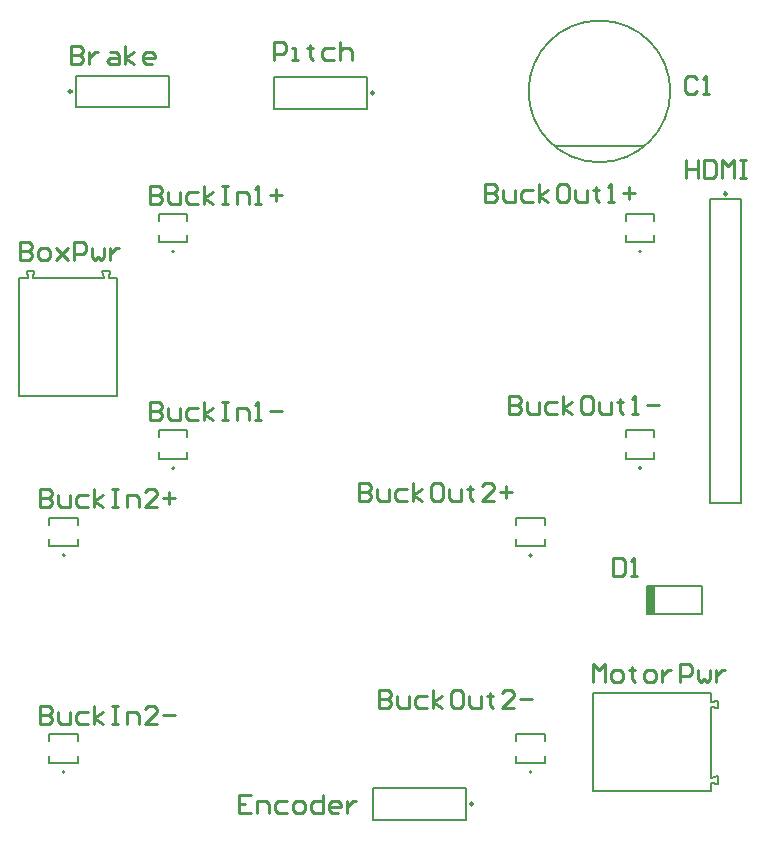
<source format=gbr>
%TF.GenerationSoftware,Altium Limited,Altium Designer,24.10.1 (45)*%
G04 Layer_Color=65535*
%FSLAX45Y45*%
%MOMM*%
%TF.SameCoordinates,1B4FBE81-C601-4199-8564-D531C79600A2*%
%TF.FilePolarity,Positive*%
%TF.FileFunction,Legend,Top*%
%TF.Part,Single*%
G01*
G75*
%TA.AperFunction,NonConductor*%
%ADD11C,0.25400*%
%ADD24C,0.25000*%
%ADD25C,0.20000*%
%ADD26C,0.15000*%
%ADD27R,0.66602X2.36000*%
D11*
X2095628Y406375D02*
X1994060D01*
Y254025D01*
X2095628D01*
X1994060Y330200D02*
X2044844D01*
X2146411Y254025D02*
Y355592D01*
X2222586D01*
X2247978Y330200D01*
Y254025D01*
X2400329Y355592D02*
X2324154D01*
X2298762Y330200D01*
Y279417D01*
X2324154Y254025D01*
X2400329D01*
X2476504D02*
X2527288D01*
X2552680Y279417D01*
Y330200D01*
X2527288Y355592D01*
X2476504D01*
X2451112Y330200D01*
Y279417D01*
X2476504Y254025D01*
X2705030Y406375D02*
Y254025D01*
X2628855D01*
X2603463Y279417D01*
Y330200D01*
X2628855Y355592D01*
X2705030D01*
X2831989Y254025D02*
X2781206D01*
X2755814Y279417D01*
Y330200D01*
X2781206Y355592D01*
X2831989D01*
X2857381Y330200D01*
Y304808D01*
X2755814D01*
X2908165Y355592D02*
Y254025D01*
Y304808D01*
X2933556Y330200D01*
X2958948Y355592D01*
X2984340D01*
X4988560Y1363980D02*
Y1516331D01*
X5039343Y1465547D01*
X5090127Y1516331D01*
Y1363980D01*
X5166303D02*
X5217086D01*
X5242478Y1389372D01*
Y1440155D01*
X5217086Y1465547D01*
X5166303D01*
X5140911Y1440155D01*
Y1389372D01*
X5166303Y1363980D01*
X5318653Y1490939D02*
Y1465547D01*
X5293261D01*
X5344045D01*
X5318653D01*
Y1389372D01*
X5344045Y1363980D01*
X5445612D02*
X5496396D01*
X5521788Y1389372D01*
Y1440155D01*
X5496396Y1465547D01*
X5445612D01*
X5420220Y1440155D01*
Y1389372D01*
X5445612Y1363980D01*
X5572571Y1465547D02*
Y1363980D01*
Y1414763D01*
X5597963Y1440155D01*
X5623355Y1465547D01*
X5648746D01*
X5724922Y1363980D02*
Y1516331D01*
X5801097D01*
X5826489Y1490939D01*
Y1440155D01*
X5801097Y1414763D01*
X5724922D01*
X5877272Y1465547D02*
Y1389372D01*
X5902664Y1363980D01*
X5928056Y1389372D01*
X5953448Y1363980D01*
X5978840Y1389372D01*
Y1465547D01*
X6029623D02*
Y1363980D01*
Y1414763D01*
X6055015Y1440155D01*
X6080407Y1465547D01*
X6105799D01*
X134620Y5090111D02*
Y4937760D01*
X210795D01*
X236187Y4963152D01*
Y4988543D01*
X210795Y5013935D01*
X134620D01*
X210795D01*
X236187Y5039327D01*
Y5064719D01*
X210795Y5090111D01*
X134620D01*
X312363Y4937760D02*
X363146D01*
X388538Y4963152D01*
Y5013935D01*
X363146Y5039327D01*
X312363D01*
X286971Y5013935D01*
Y4963152D01*
X312363Y4937760D01*
X439321Y5039327D02*
X540889Y4937760D01*
X490105Y4988543D01*
X540889Y5039327D01*
X439321Y4937760D01*
X591672D02*
Y5090111D01*
X667848D01*
X693239Y5064719D01*
Y5013935D01*
X667848Y4988543D01*
X591672D01*
X744023Y5039327D02*
Y4963152D01*
X769415Y4937760D01*
X794806Y4963152D01*
X820198Y4937760D01*
X845590Y4963152D01*
Y5039327D01*
X896374D02*
Y4937760D01*
Y4988543D01*
X921765Y5013935D01*
X947157Y5039327D01*
X972549D01*
X5156200Y2415491D02*
Y2263140D01*
X5232375D01*
X5257767Y2288532D01*
Y2390099D01*
X5232375Y2415491D01*
X5156200D01*
X5308551Y2263140D02*
X5359334D01*
X5333943D01*
Y2415491D01*
X5308551Y2390099D01*
X2286107Y6629425D02*
Y6781775D01*
X2362282D01*
X2387674Y6756383D01*
Y6705600D01*
X2362282Y6680208D01*
X2286107D01*
X2438458Y6629425D02*
X2489241D01*
X2463850D01*
Y6730992D01*
X2438458D01*
X2590808Y6756383D02*
Y6730992D01*
X2565417D01*
X2616200D01*
X2590808D01*
Y6654817D01*
X2616200Y6629425D01*
X2793943Y6730992D02*
X2717767D01*
X2692375Y6705600D01*
Y6654817D01*
X2717767Y6629425D01*
X2793943D01*
X2844726Y6781775D02*
Y6629425D01*
Y6705600D01*
X2870118Y6730992D01*
X2920901D01*
X2946293Y6705600D01*
Y6629425D01*
X5778582Y5778475D02*
Y5626125D01*
Y5702300D01*
X5880150D01*
Y5778475D01*
Y5626125D01*
X5930933Y5778475D02*
Y5626125D01*
X6007108D01*
X6032500Y5651517D01*
Y5753083D01*
X6007108Y5778475D01*
X5930933D01*
X6083284Y5626125D02*
Y5778475D01*
X6134067Y5727692D01*
X6184851Y5778475D01*
Y5626125D01*
X6235634Y5778475D02*
X6286418D01*
X6261026D01*
Y5626125D01*
X6235634D01*
X6286418D01*
X5867400Y6464283D02*
X5842008Y6489675D01*
X5791225D01*
X5765833Y6464283D01*
Y6362717D01*
X5791225Y6337325D01*
X5842008D01*
X5867400Y6362717D01*
X5918184Y6337325D02*
X5968967D01*
X5943576D01*
Y6489675D01*
X5918184Y6464283D01*
X3175210Y1295375D02*
Y1143025D01*
X3251385D01*
X3276777Y1168417D01*
Y1193808D01*
X3251385Y1219200D01*
X3175210D01*
X3251385D01*
X3276777Y1244592D01*
Y1269983D01*
X3251385Y1295375D01*
X3175210D01*
X3327560Y1244592D02*
Y1168417D01*
X3352952Y1143025D01*
X3429128D01*
Y1244592D01*
X3581478D02*
X3505303D01*
X3479911Y1219200D01*
Y1168417D01*
X3505303Y1143025D01*
X3581478D01*
X3632262D02*
Y1295375D01*
Y1193808D02*
X3708437Y1244592D01*
X3632262Y1193808D02*
X3708437Y1143025D01*
X3860788Y1295375D02*
X3810004D01*
X3784612Y1269983D01*
Y1168417D01*
X3810004Y1143025D01*
X3860788D01*
X3886180Y1168417D01*
Y1269983D01*
X3860788Y1295375D01*
X3936963Y1244592D02*
Y1168417D01*
X3962355Y1143025D01*
X4038530D01*
Y1244592D01*
X4114706Y1269983D02*
Y1244592D01*
X4089314D01*
X4140097D01*
X4114706D01*
Y1168417D01*
X4140097Y1143025D01*
X4317840D02*
X4216273D01*
X4317840Y1244592D01*
Y1269983D01*
X4292448Y1295375D01*
X4241665D01*
X4216273Y1269983D01*
X4368623Y1219200D02*
X4470191D01*
X3007570Y3047975D02*
Y2895625D01*
X3083745D01*
X3109137Y2921017D01*
Y2946408D01*
X3083745Y2971800D01*
X3007570D01*
X3083745D01*
X3109137Y2997192D01*
Y3022583D01*
X3083745Y3047975D01*
X3007570D01*
X3159920Y2997192D02*
Y2921017D01*
X3185312Y2895625D01*
X3261488D01*
Y2997192D01*
X3413838D02*
X3337663D01*
X3312271Y2971800D01*
Y2921017D01*
X3337663Y2895625D01*
X3413838D01*
X3464622D02*
Y3047975D01*
Y2946408D02*
X3540797Y2997192D01*
X3464622Y2946408D02*
X3540797Y2895625D01*
X3693148Y3047975D02*
X3642364D01*
X3616972Y3022583D01*
Y2921017D01*
X3642364Y2895625D01*
X3693148D01*
X3718540Y2921017D01*
Y3022583D01*
X3693148Y3047975D01*
X3769323Y2997192D02*
Y2921017D01*
X3794715Y2895625D01*
X3870890D01*
Y2997192D01*
X3947066Y3022583D02*
Y2997192D01*
X3921674D01*
X3972457D01*
X3947066D01*
Y2921017D01*
X3972457Y2895625D01*
X4150200D02*
X4048633D01*
X4150200Y2997192D01*
Y3022583D01*
X4124808Y3047975D01*
X4074025D01*
X4048633Y3022583D01*
X4200983Y2971800D02*
X4302551D01*
X4251767Y3022583D02*
Y2921017D01*
X4280105Y3784575D02*
Y3632225D01*
X4356281D01*
X4381673Y3657617D01*
Y3683008D01*
X4356281Y3708400D01*
X4280105D01*
X4356281D01*
X4381673Y3733792D01*
Y3759183D01*
X4356281Y3784575D01*
X4280105D01*
X4432456Y3733792D02*
Y3657617D01*
X4457848Y3632225D01*
X4534023D01*
Y3733792D01*
X4686374D02*
X4610199D01*
X4584807Y3708400D01*
Y3657617D01*
X4610199Y3632225D01*
X4686374D01*
X4737158D02*
Y3784575D01*
Y3683008D02*
X4813333Y3733792D01*
X4737158Y3683008D02*
X4813333Y3632225D01*
X4965684Y3784575D02*
X4914900D01*
X4889508Y3759183D01*
Y3657617D01*
X4914900Y3632225D01*
X4965684D01*
X4991076Y3657617D01*
Y3759183D01*
X4965684Y3784575D01*
X5041859Y3733792D02*
Y3657617D01*
X5067251Y3632225D01*
X5143426D01*
Y3733792D01*
X5219602Y3759183D02*
Y3733792D01*
X5194210D01*
X5244993D01*
X5219602D01*
Y3657617D01*
X5244993Y3632225D01*
X5321169D02*
X5371952D01*
X5346561D01*
Y3784575D01*
X5321169Y3759183D01*
X5448128Y3708400D02*
X5549695D01*
X4076905Y5575275D02*
Y5422925D01*
X4153081D01*
X4178473Y5448317D01*
Y5473708D01*
X4153081Y5499100D01*
X4076905D01*
X4153081D01*
X4178473Y5524492D01*
Y5549883D01*
X4153081Y5575275D01*
X4076905D01*
X4229256Y5524492D02*
Y5448317D01*
X4254648Y5422925D01*
X4330823D01*
Y5524492D01*
X4483174D02*
X4406999D01*
X4381607Y5499100D01*
Y5448317D01*
X4406999Y5422925D01*
X4483174D01*
X4533958D02*
Y5575275D01*
Y5473708D02*
X4610133Y5524492D01*
X4533958Y5473708D02*
X4610133Y5422925D01*
X4762484Y5575275D02*
X4711700D01*
X4686308Y5549883D01*
Y5448317D01*
X4711700Y5422925D01*
X4762484D01*
X4787876Y5448317D01*
Y5549883D01*
X4762484Y5575275D01*
X4838659Y5524492D02*
Y5448317D01*
X4864051Y5422925D01*
X4940226D01*
Y5524492D01*
X5016402Y5549883D02*
Y5524492D01*
X4991010D01*
X5041793D01*
X5016402D01*
Y5448317D01*
X5041793Y5422925D01*
X5117969D02*
X5168752D01*
X5143361D01*
Y5575275D01*
X5117969Y5549883D01*
X5244928Y5499100D02*
X5346495D01*
X5295711Y5549883D02*
Y5448317D01*
X1234440Y3731211D02*
Y3578860D01*
X1310615D01*
X1336007Y3604252D01*
Y3629643D01*
X1310615Y3655035D01*
X1234440D01*
X1310615D01*
X1336007Y3680427D01*
Y3705819D01*
X1310615Y3731211D01*
X1234440D01*
X1386791Y3680427D02*
Y3604252D01*
X1412183Y3578860D01*
X1488358D01*
Y3680427D01*
X1640709D02*
X1564533D01*
X1539141Y3655035D01*
Y3604252D01*
X1564533Y3578860D01*
X1640709D01*
X1691492D02*
Y3731211D01*
Y3629643D02*
X1767668Y3680427D01*
X1691492Y3629643D02*
X1767668Y3578860D01*
X1843843Y3731211D02*
X1894626D01*
X1869235D01*
Y3578860D01*
X1843843D01*
X1894626D01*
X1970802D02*
Y3680427D01*
X2046977D01*
X2072369Y3655035D01*
Y3578860D01*
X2123152D02*
X2173936D01*
X2148544D01*
Y3731211D01*
X2123152Y3705819D01*
X2250111Y3655035D02*
X2351679D01*
X307340Y1158191D02*
Y1005840D01*
X383515D01*
X408907Y1031232D01*
Y1056623D01*
X383515Y1082015D01*
X307340D01*
X383515D01*
X408907Y1107407D01*
Y1132799D01*
X383515Y1158191D01*
X307340D01*
X459691Y1107407D02*
Y1031232D01*
X485083Y1005840D01*
X561258D01*
Y1107407D01*
X713609D02*
X637433D01*
X612041Y1082015D01*
Y1031232D01*
X637433Y1005840D01*
X713609D01*
X764392D02*
Y1158191D01*
Y1056623D02*
X840568Y1107407D01*
X764392Y1056623D02*
X840568Y1005840D01*
X916743Y1158191D02*
X967526D01*
X942135D01*
Y1005840D01*
X916743D01*
X967526D01*
X1043702D02*
Y1107407D01*
X1119877D01*
X1145269Y1082015D01*
Y1005840D01*
X1297620D02*
X1196052D01*
X1297620Y1107407D01*
Y1132799D01*
X1272228Y1158191D01*
X1221444D01*
X1196052Y1132799D01*
X1348403Y1082015D02*
X1449970D01*
X307340Y2992071D02*
Y2839720D01*
X383515D01*
X408907Y2865112D01*
Y2890503D01*
X383515Y2915895D01*
X307340D01*
X383515D01*
X408907Y2941287D01*
Y2966679D01*
X383515Y2992071D01*
X307340D01*
X459691Y2941287D02*
Y2865112D01*
X485083Y2839720D01*
X561258D01*
Y2941287D01*
X713609D02*
X637433D01*
X612041Y2915895D01*
Y2865112D01*
X637433Y2839720D01*
X713609D01*
X764392D02*
Y2992071D01*
Y2890503D02*
X840568Y2941287D01*
X764392Y2890503D02*
X840568Y2839720D01*
X916743Y2992071D02*
X967526D01*
X942135D01*
Y2839720D01*
X916743D01*
X967526D01*
X1043702D02*
Y2941287D01*
X1119877D01*
X1145269Y2915895D01*
Y2839720D01*
X1297620D02*
X1196052D01*
X1297620Y2941287D01*
Y2966679D01*
X1272228Y2992071D01*
X1221444D01*
X1196052Y2966679D01*
X1348403Y2915895D02*
X1449970D01*
X1399187Y2966679D02*
Y2865112D01*
X1234440Y5565091D02*
Y5412740D01*
X1310615D01*
X1336007Y5438132D01*
Y5463523D01*
X1310615Y5488915D01*
X1234440D01*
X1310615D01*
X1336007Y5514307D01*
Y5539699D01*
X1310615Y5565091D01*
X1234440D01*
X1386791Y5514307D02*
Y5438132D01*
X1412183Y5412740D01*
X1488358D01*
Y5514307D01*
X1640709D02*
X1564533D01*
X1539141Y5488915D01*
Y5438132D01*
X1564533Y5412740D01*
X1640709D01*
X1691492D02*
Y5565091D01*
Y5463523D02*
X1767668Y5514307D01*
X1691492Y5463523D02*
X1767668Y5412740D01*
X1843843Y5565091D02*
X1894626D01*
X1869235D01*
Y5412740D01*
X1843843D01*
X1894626D01*
X1970802D02*
Y5514307D01*
X2046977D01*
X2072369Y5488915D01*
Y5412740D01*
X2123152D02*
X2173936D01*
X2148544D01*
Y5565091D01*
X2123152Y5539699D01*
X2250111Y5488915D02*
X2351679D01*
X2300895Y5539699D02*
Y5438132D01*
X563880Y6748731D02*
Y6596380D01*
X640055D01*
X665447Y6621772D01*
Y6647163D01*
X640055Y6672555D01*
X563880D01*
X640055D01*
X665447Y6697947D01*
Y6723339D01*
X640055Y6748731D01*
X563880D01*
X716231Y6697947D02*
Y6596380D01*
Y6647163D01*
X741623Y6672555D01*
X767014Y6697947D01*
X792406D01*
X893973D02*
X944757D01*
X970149Y6672555D01*
Y6596380D01*
X893973D01*
X868581Y6621772D01*
X893973Y6647163D01*
X970149D01*
X1020932Y6596380D02*
Y6748731D01*
Y6647163D02*
X1097108Y6697947D01*
X1020932Y6647163D02*
X1097108Y6596380D01*
X1249458D02*
X1198675D01*
X1173283Y6621772D01*
Y6672555D01*
X1198675Y6697947D01*
X1249458D01*
X1274850Y6672555D01*
Y6647163D01*
X1173283D01*
D24*
X6121200Y5495600D02*
G03*
X6121200Y5495600I-12500J0D01*
G01*
X3971400Y330200D02*
G03*
X3971400Y330200I-12500J0D01*
G01*
X3133200Y6350000D02*
G03*
X3133200Y6350000I-12500J0D01*
G01*
X574800Y6362700D02*
G03*
X574800Y6362700I-12500J0D01*
G01*
D25*
X4467700Y600100D02*
G03*
X4467700Y600100I-10000J0D01*
G01*
X515460Y2433980D02*
G03*
X515460Y2433980I-10000J0D01*
G01*
Y600100D02*
G03*
X515460Y600100I-10000J0D01*
G01*
X1442560Y5007000D02*
G03*
X1442560Y5007000I-10000J0D01*
G01*
Y3173120D02*
G03*
X1442560Y3173120I-10000J0D01*
G01*
X4467700Y2433980D02*
G03*
X4467700Y2433980I-10000J0D01*
G01*
X5394800Y3173120D02*
G03*
X5394800Y3173120I-10000J0D01*
G01*
Y5007000D02*
G03*
X5394800Y5007000I-10000J0D01*
G01*
X5974200Y2880600D02*
X6243200D01*
Y5450600D01*
X5974200D02*
X6243200D01*
X5974200Y2880600D02*
Y5450600D01*
X4337700Y680100D02*
Y739600D01*
X4577700Y680100D02*
Y739600D01*
X4337700Y680100D02*
X4577700D01*
X4337700Y860600D02*
Y920100D01*
X4577700Y860600D02*
Y920100D01*
X4337700D02*
X4577700D01*
X4986401Y435900D02*
X5986400D01*
X4986401Y1265900D02*
X5986400D01*
X4986401Y435900D02*
Y1265900D01*
X6046400Y498400D02*
Y563400D01*
X5986400Y550900D02*
X6046400Y563400D01*
X5986400Y510900D02*
X6046400Y498400D01*
X5986400Y435900D02*
Y510900D01*
X6046400Y1138400D02*
Y1203400D01*
X5986400Y1190900D02*
X6046400Y1203400D01*
X5986400Y1150900D02*
X6046400Y1138400D01*
X5986400Y1190900D02*
Y1265900D01*
Y550900D02*
Y1150900D01*
X961100Y3779901D02*
Y4779900D01*
X131100Y3779901D02*
Y4779900D01*
Y3779901D02*
X961100D01*
X833600Y4839900D02*
X898600D01*
X833600D02*
X846100Y4779900D01*
X886100D02*
X898600Y4839900D01*
X886100Y4779900D02*
X961100D01*
X193600Y4839900D02*
X258600D01*
X193600D02*
X206100Y4779900D01*
X246100D02*
X258600Y4839900D01*
X131100Y4779900D02*
X206100D01*
X246100D02*
X846100D01*
X3121900Y195700D02*
Y464700D01*
Y195700D02*
X3913900D01*
Y464700D01*
X3121900D02*
X3913900D01*
X2283700Y6484500D02*
X3075700D01*
Y6215500D02*
Y6484500D01*
X2283700Y6215500D02*
X3075700D01*
X2283700D02*
Y6484500D01*
X385460Y2753980D02*
X625460D01*
Y2694480D02*
Y2753980D01*
X385460Y2694480D02*
Y2753980D01*
Y2513980D02*
X625460D01*
Y2573480D01*
X385460Y2513980D02*
Y2573480D01*
Y920100D02*
X625460D01*
Y860600D02*
Y920100D01*
X385460Y860600D02*
Y920100D01*
Y680100D02*
X625460D01*
Y739600D01*
X385460Y680100D02*
Y739600D01*
X4669900Y5902700D02*
X5413900D01*
X1312560Y5087000D02*
Y5146500D01*
X1552560Y5087000D02*
Y5146500D01*
X1312560Y5087000D02*
X1552560D01*
X1312560Y5267500D02*
Y5327000D01*
X1552560Y5267500D02*
Y5327000D01*
X1312560D02*
X1552560D01*
X1312560Y3493120D02*
X1552560D01*
Y3433620D02*
Y3493120D01*
X1312560Y3433620D02*
Y3493120D01*
Y3253120D02*
X1552560D01*
Y3312620D01*
X1312560Y3253120D02*
Y3312620D01*
X5445150Y1939400D02*
X5908650D01*
X5445150D02*
Y2175400D01*
X5908650D01*
Y1939400D02*
Y2175400D01*
X607300Y6228200D02*
X1399300D01*
X607300D02*
Y6497200D01*
X1399300D01*
Y6228200D02*
Y6497200D01*
X4337700Y2513980D02*
Y2573480D01*
X4577700Y2513980D02*
Y2573480D01*
X4337700Y2513980D02*
X4577700D01*
X4337700Y2694480D02*
Y2753980D01*
X4577700Y2694480D02*
Y2753980D01*
X4337700D02*
X4577700D01*
X5264800Y3253120D02*
Y3312620D01*
X5504800Y3253120D02*
Y3312620D01*
X5264800Y3253120D02*
X5504800D01*
X5264800Y3433620D02*
Y3493120D01*
X5504800Y3433620D02*
Y3493120D01*
X5264800D02*
X5504800D01*
X5264800Y5087000D02*
Y5146500D01*
X5504800Y5087000D02*
Y5146500D01*
X5264800Y5087000D02*
X5504800D01*
X5264800Y5267500D02*
Y5327000D01*
X5504800Y5267500D02*
Y5327000D01*
X5264800D02*
X5504800D01*
D26*
X5641900Y6362700D02*
G03*
X5641900Y6362700I-600000J0D01*
G01*
D27*
X5478499Y2057400D02*
D03*
%TF.MD5,868153f2dffb3505388e441726d47ec9*%
M02*

</source>
